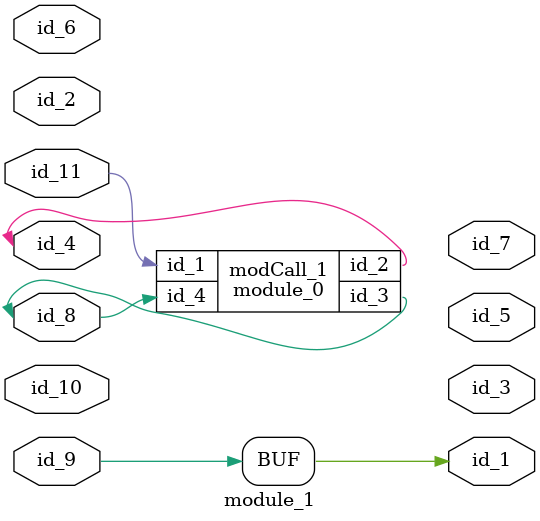
<source format=v>
module module_0 (
    id_1,
    id_2,
    id_3,
    id_4
);
  input wire id_4;
  inout wire id_3;
  inout wire id_2;
  input wire id_1;
endmodule
module module_1 (
    id_1,
    id_2,
    id_3,
    id_4,
    id_5,
    id_6,
    id_7,
    id_8,
    id_9,
    id_10,
    id_11
);
  inout wire id_11;
  input wire id_10;
  input wire id_9;
  inout wire id_8;
  output wire id_7;
  input wire id_6;
  output wire id_5;
  inout wire id_4;
  output wire id_3;
  inout wire id_2;
  output wire id_1;
  wire id_12;
  module_0 modCall_1 (
      id_11,
      id_4,
      id_8,
      id_8
  );
  assign id_1 = id_9;
  wire id_13;
endmodule

</source>
